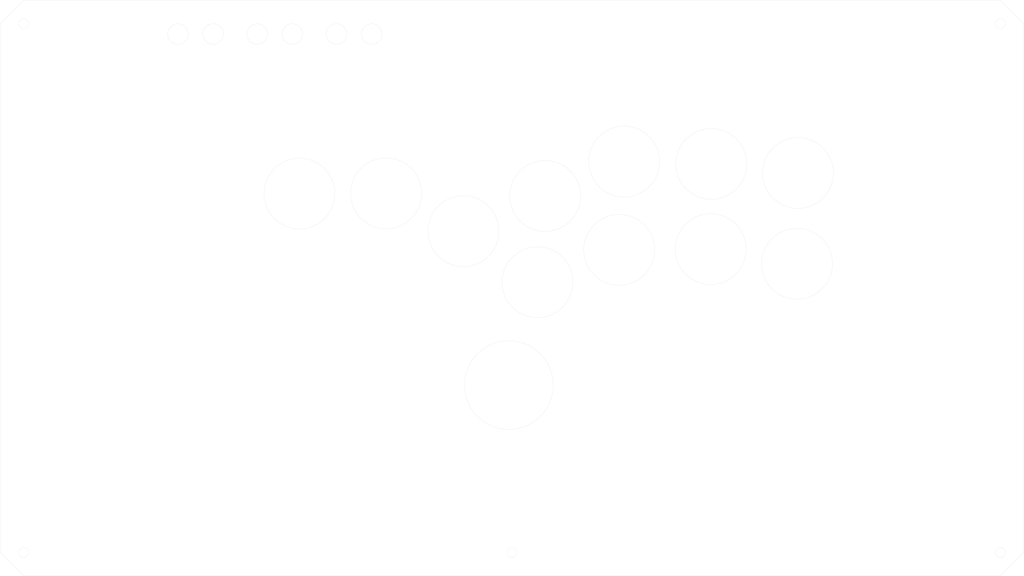
<source format=kicad_pcb>
(kicad_pcb
	(version 20240108)
	(generator "pcbnew")
	(generator_version "8.0")
	(general
		(thickness 1.6)
		(legacy_teardrops no)
	)
	(paper "A3")
	(layers
		(0 "F.Cu" signal)
		(31 "B.Cu" signal)
		(32 "B.Adhes" user "B.Adhesive")
		(33 "F.Adhes" user "F.Adhesive")
		(34 "B.Paste" user)
		(35 "F.Paste" user)
		(36 "B.SilkS" user "B.Silkscreen")
		(37 "F.SilkS" user "F.Silkscreen")
		(38 "B.Mask" user)
		(39 "F.Mask" user)
		(40 "Dwgs.User" user "User.Drawings")
		(41 "Cmts.User" user "User.Comments")
		(42 "Eco1.User" user "User.Eco1")
		(43 "Eco2.User" user "User.Eco2")
		(44 "Edge.Cuts" user)
		(45 "Margin" user)
		(46 "B.CrtYd" user "B.Courtyard")
		(47 "F.CrtYd" user "F.Courtyard")
		(48 "B.Fab" user)
		(49 "F.Fab" user)
		(50 "User.1" user)
		(51 "User.2" user)
		(52 "User.3" user)
		(53 "User.4" user)
		(54 "User.5" user)
		(55 "User.6" user)
		(56 "User.7" user)
		(57 "User.8" user)
		(58 "User.9" user)
	)
	(setup
		(pad_to_mask_clearance 0)
		(allow_soldermask_bridges_in_footprints no)
		(pcbplotparams
			(layerselection 0x00010fc_ffffffff)
			(plot_on_all_layers_selection 0x0000000_00000000)
			(disableapertmacros no)
			(usegerberextensions no)
			(usegerberattributes yes)
			(usegerberadvancedattributes yes)
			(creategerberjobfile yes)
			(dashed_line_dash_ratio 12.000000)
			(dashed_line_gap_ratio 3.000000)
			(svgprecision 4)
			(plotframeref no)
			(viasonmask no)
			(mode 1)
			(useauxorigin no)
			(hpglpennumber 1)
			(hpglpenspeed 20)
			(hpglpendiameter 15.000000)
			(pdf_front_fp_property_popups yes)
			(pdf_back_fp_property_popups yes)
			(dxfpolygonmode yes)
			(dxfimperialunits yes)
			(dxfusepcbnewfont yes)
			(psnegative no)
			(psa4output no)
			(plotreference yes)
			(plotvalue yes)
			(plotfptext yes)
			(plotinvisibletext no)
			(sketchpadsonfab no)
			(subtractmaskfromsilk no)
			(outputformat 1)
			(mirror no)
			(drillshape 1)
			(scaleselection 1)
			(outputdirectory "")
		)
	)
	(net 0 "")
	(gr_circle
		(center 216.423932 167.127963)
		(end 231.523932 167.127963)
		(stroke
			(width 0.2)
			(type default)
		)
		(fill none)
		(layer "Dwgs.User")
		(uuid "03d9bac5-b348-4977-a56f-52e9621790a8")
	)
	(gr_line
		(start 43.206046 43.899517)
		(end 43.2 224.2)
		(stroke
			(width 0.2)
			(type default)
		)
		(layer "Dwgs.User")
		(uuid "0b3655c7-8fd6-4885-8622-dc30d50b9f45")
	)
	(gr_circle
		(center 145.096567 101.867784)
		(end 157.171567 101.867784)
		(stroke
			(width 0.2)
			(type default)
		)
		(fill none)
		(layer "Dwgs.User")
		(uuid "13d8db75-9a20-4d43-827a-a2d34c6e9120")
	)
	(gr_circle
		(center 254.027341 121.040984)
		(end 266.102341 121.040984)
		(stroke
			(width 0.2)
			(type default)
		)
		(fill none)
		(layer "Dwgs.User")
		(uuid "20ab6f39-a2dc-480b-b6e3-269b18f18dc2")
	)
	(gr_circle
		(center 285.177939 120.765808)
		(end 297.252939 120.765808)
		(stroke
			(width 0.2)
			(type default)
		)
		(fill none)
		(layer "Dwgs.User")
		(uuid "29f3d4ce-44cd-413e-9cd3-c5413dd348a0")
	)
	(gr_circle
		(center 130.705927 47.452166)
		(end 134.205927 47.452166)
		(stroke
			(width 0.2)
			(type default)
		)
		(fill none)
		(layer "Dwgs.User")
		(uuid "2b807609-9dc7-4272-a98c-cde4cf21bfe3")
	)
	(gr_circle
		(center 142.705927 47.453106)
		(end 146.205927 47.453106)
		(stroke
			(width 0.2)
			(type default)
		)
		(fill none)
		(layer "Dwgs.User")
		(uuid "3032fc7c-9013-471c-a56e-8016461427d0")
	)
	(gr_line
		(start 383.856565 35.961193)
		(end 51.15606 35.950036)
		(stroke
			(width 0.2)
			(type default)
		)
		(layer "Dwgs.User")
		(uuid "33ca080d-5bec-4919-8750-ec55998c6d50")
	)
	(gr_circle
		(center 314.894179 94.832267)
		(end 326.969179 94.832267)
		(stroke
			(width 0.2)
			(type default)
		)
		(fill none)
		(layer "Dwgs.User")
		(uuid "3a9c2682-ce0d-42e2-a6fa-467c291dad00")
	)
	(gr_circle
		(center 383.856565 43.911207)
		(end 385.556565 43.911207)
		(stroke
			(width 0.2)
			(type default)
		)
		(fill none)
		(layer "Dwgs.User")
		(uuid "504a296b-9211-4f1e-818a-03bd74b9445c")
	)
	(gr_line
		(start 391.8 224.204165)
		(end 391.806046 43.911207)
		(stroke
			(width 0.2)
			(type default)
		)
		(layer "Dwgs.User")
		(uuid "56172fb1-4170-49ff-826e-8108bf97720c")
	)
	(gr_circle
		(center 383.849933 224.204165)
		(end 385.549933 224.204165)
		(stroke
			(width 0.2)
			(type default)
		)
		(fill none)
		(layer "Dwgs.User")
		(uuid "5a57d0f5-6eed-4b04-a676-988dd2cc5713")
	)
	(gr_circle
		(center 255.705526 90.937081)
		(end 267.780526 90.937081)
		(stroke
			(width 0.2)
			(type default)
		)
		(fill none)
		(layer "Dwgs.User")
		(uuid "5ba6dfb3-2dc2-404a-9df1-dcc128dc6c2b")
	)
	(gr_circle
		(center 51.15606 43.899517)
		(end 52.85606 43.899517)
		(stroke
			(width 0.2)
			(type default)
		)
		(fill none)
		(layer "Dwgs.User")
		(uuid "61bf2e47-5e1f-4073-84db-3d5cfc3bbf4a")
	)
	(gr_circle
		(center 174.636624 101.779018)
		(end 186.711624 101.779018)
		(stroke
			(width 0.2)
			(type default)
		)
		(fill none)
		(layer "Dwgs.User")
		(uuid "643f2672-8386-469d-98fe-01adf7315617")
	)
	(gr_circle
		(center 200.948707 114.675376)
		(end 213.023707 114.675376)
		(stroke
			(width 0.2)
			(type default)
		)
		(fill none)
		(layer "Dwgs.User")
		(uuid "6f47382e-b3e1-4ad0-a2a4-fadad0060dc2")
	)
	(gr_line
		(start 391.806046 43.911207)
		(end 383.856565 35.961193)
		(stroke
			(width 0.2)
			(type default)
		)
		(layer "Dwgs.User")
		(uuid "6f477821-de79-48a4-a80e-263cb7f20e10")
	)
	(gr_circle
		(center 169.705927 47.454011)
		(end 173.205927 47.454011)
		(stroke
			(width 0.2)
			(type default)
		)
		(fill none)
		(layer "Dwgs.User")
		(uuid "97af1190-ed16-4eff-8c6e-d37bb720c349")
	)
	(gr_circle
		(center 103.705927 47.451798)
		(end 107.205927 47.451798)
		(stroke
			(width 0.2)
			(type default)
		)
		(fill none)
		(layer "Dwgs.User")
		(uuid "9ad1d340-f85d-474d-8a79-e43ee8914671")
	)
	(gr_circle
		(center 157.705927 47.453609)
		(end 161.205927 47.453609)
		(stroke
			(width 0.2)
			(type default)
		)
		(fill none)
		(layer "Dwgs.User")
		(uuid "a2fa006b-4658-4aff-b2d7-0ebca15dd823")
	)
	(gr_circle
		(center 217.499681 224.202083)
		(end 219.199681 224.202083)
		(stroke
			(width 0.2)
			(type default)
		)
		(fill none)
		(layer "Dwgs.User")
		(uuid "bcffb588-5480-4320-a5ac-0871844b325d")
	)
	(gr_line
		(start 51.15606 35.950036)
		(end 43.206046 43.899517)
		(stroke
			(width 0.2)
			(type default)
		)
		(layer "Dwgs.User")
		(uuid "c85223a0-5fb4-4d08-8cbe-e8c5a7ef518f")
	)
	(gr_circle
		(center 115.705927 47.452201)
		(end 119.205927 47.452201)
		(stroke
			(width 0.2)
			(type default)
		)
		(fill none)
		(layer "Dwgs.User")
		(uuid "ce110eb5-26a2-40ff-a3d6-7deb954c515f")
	)
	(gr_circle
		(center 228.787607 102.658963)
		(end 240.862607 102.658963)
		(stroke
			(width 0.2)
			(type default)
		)
		(fill none)
		(layer "Dwgs.User")
		(uuid "d294d8c8-0f2e-408e-8229-db8a85182482")
	)
	(gr_circle
		(center 51.149428 224.2)
		(end 52.849428 224.2)
		(stroke
			(width 0.2)
			(type default)
		)
		(fill none)
		(layer "Dwgs.User")
		(uuid "d3eb0e57-a20d-41c1-bb94-cb74aca605b5")
	)
	(gr_circle
		(center 314.56494 125.786635)
		(end 326.63994 125.786635)
		(stroke
			(width 0.2)
			(type default)
		)
		(fill none)
		(layer "Dwgs.User")
		(uuid "dbc7b756-1215-4969-a62d-cdd6b5a4acef")
	)
	(gr_line
		(start 383.849933 232.153868)
		(end 391.8 224.204165)
		(stroke
			(width 0.2)
			(type default)
		)
		(layer "Dwgs.User")
		(uuid "dc22d5c7-74bb-44cf-a5f2-1e1c9c44b0f8")
	)
	(gr_line
		(start 43.2 224.2)
		(end 51.149428 232.149792)
		(stroke
			(width 0.2)
			(type default)
		)
		(layer "Dwgs.User")
		(uuid "ef3ea321-a5d9-4fc9-a6f1-4d08e9008ce8")
	)
	(gr_circle
		(center 226.166087 132.057283)
		(end 238.241087 132.057283)
		(stroke
			(width 0.2)
			(type default)
		)
		(fill none)
		(layer "Dwgs.User")
		(uuid "ef87eac9-2385-47b7-8135-72bdd3242197")
	)
	(gr_line
		(start 51.149428 232.149792)
		(end 383.849933 232.153868)
		(stroke
			(width 0.2)
			(type default)
		)
		(layer "Dwgs.User")
		(uuid "f54fb656-60d5-4a9f-bfb0-4cf075f2818e")
	)
	(gr_circle
		(center 285.347682 91.744809)
		(end 297.422682 91.744809)
		(stroke
			(width 0.2)
			(type default)
		)
		(fill none)
		(layer "Dwgs.User")
		(uuid "fb918da9-9e85-4865-8802-2c1e014b4fa8")
	)
	(gr_circle
		(center 255.705526 90.937081)
		(end 255.705526 103.012081)
		(stroke
			(width 0.05)
			(type default)
		)
		(fill none)
		(layer "Edge.Cuts")
		(uuid "003afcef-89bf-4719-8882-daf0ca6f3a4e")
	)
	(gr_circle
		(center 51.149428 224.2)
		(end 51.149428 225.9)
		(stroke
			(width 0.05)
			(type default)
		)
		(fill none)
		(layer "Edge.Cuts")
		(uuid "1dd0c226-e687-465c-924e-1e14e6d39fdc")
	)
	(gr_circle
		(center 285.347682 91.744809)
		(end 285.347682 103.819809)
		(stroke
			(width 0.05)
			(type default)
		)
		(fill none)
		(layer "Edge.Cuts")
		(uuid "1f27c565-5cb6-4886-b93c-90f64dd18480")
	)
	(gr_circle
		(center 130.705927 47.452166)
		(end 127.205927 47.452166)
		(stroke
			(width 0.05)
			(type default)
		)
		(fill none)
		(layer "Edge.Cuts")
		(uuid "2a0ff812-6474-40e3-9d5c-f46ac99849bc")
	)
	(gr_circle
		(center 142.705927 47.453106)
		(end 139.205927 47.453106)
		(stroke
			(width 0.05)
			(type default)
		)
		(fill none)
		(layer "Edge.Cuts")
		(uuid "2b295042-95e5-4060-9e41-4dc91e73124d")
	)
	(gr_circle
		(center 157.705927 47.453609)
		(end 154.205927 47.453609)
		(stroke
			(width 0.05)
			(type default)
		)
		(fill none)
		(layer "Edge.Cuts")
		(uuid "3c708ead-bf17-41fc-845f-935b585fef69")
	)
	(gr_line
		(start 51.149428 232.149792)
		(end 43.2 224.2)
		(stroke
			(width 0.05)
			(type default)
		)
		(layer "Edge.Cuts")
		(uuid "44bf313c-113f-41db-b339-c4a47c89c966")
	)
	(gr_circle
		(center 200.948707 114.675376)
		(end 200.948707 126.750376)
		(stroke
			(width 0.05)
			(type default)
		)
		(fill none)
		(layer "Edge.Cuts")
		(uuid "53b5bf1a-e3bc-40bb-865a-21a519021aad")
	)
	(gr_circle
		(center 169.705927 47.454011)
		(end 166.205927 47.454011)
		(stroke
			(width 0.05)
			(type default)
		)
		(fill none)
		(layer "Edge.Cuts")
		(uuid "5bee5e9d-4c11-4598-b79c-1c70ae020d37")
	)
	(gr_circle
		(center 228.787607 102.658963)
		(end 228.787607 114.733963)
		(stroke
			(width 0.05)
			(type default)
		)
		(fill none)
		(layer "Edge.Cuts")
		(uuid "5f25d0d3-0307-4ea4-b44f-772c651bcc6b")
	)
	(gr_circle
		(center 314.56494 125.786635)
		(end 314.56494 137.861635)
		(stroke
			(width 0.05)
			(type default)
		)
		(fill none)
		(layer "Edge.Cuts")
		(uuid "7f37c90b-559f-4a72-9d1e-0b57322d19ec")
	)
	(gr_circle
		(center 103.705927 47.451798)
		(end 100.205927 47.451798)
		(stroke
			(width 0.05)
			(type default)
		)
		(fill none)
		(layer "Edge.Cuts")
		(uuid "881841a4-475c-49b3-87d4-d91ec035c050")
	)
	(gr_circle
		(center 216.423932 167.127963)
		(end 216.423932 182.227963)
		(stroke
			(width 0.05)
			(type default)
		)
		(fill none)
		(layer "Edge.Cuts")
		(uuid "97615563-c206-4bf1-bb3e-c814590bb883")
	)
	(gr_circle
		(center 226.166087 132.057283)
		(end 226.166087 144.132283)
		(stroke
			(width 0.05)
			(type default)
		)
		(fill none)
		(layer "Edge.Cuts")
		(uuid "97c4a383-d6d9-4121-88d6-f9dcc7a9bb36")
	)
	(gr_circle
		(center 115.705927 47.452201)
		(end 112.205927 47.452201)
		(stroke
			(width 0.05)
			(type default)
		)
		(fill none)
		(layer "Edge.Cuts")
		(uuid "a3cf0ebb-d9ce-49ef-83ce-577ee6b9a1d6")
	)
	(gr_line
		(start 43.206046 43.899517)
		(end 51.15606 35.950036)
		(stroke
			(width 0.05)
			(type default)
		)
		(layer "Edge.Cuts")
		(uuid "a6882f43-9221-448d-8bad-117cfeb2f4e9")
	)
	(gr_circle
		(center 51.15606 43.899517)
		(end 49.45606 43.899517)
		(stroke
			(width 0.05)
			(type default)
		)
		(fill none)
		(layer "Edge.Cuts")
		(uuid "abadffbd-1fcc-405d-a6c2-4f989798bb35")
	)
	(gr_circle
		(center 314.894179 94.832267)
		(end 314.894179 106.907267)
		(stroke
			(width 0.05)
			(type default)
		)
		(fill none)
		(layer "Edge.Cuts")
		(uuid "b371ab1a-cb21-43b6-b131-97bd2782873d")
	)
	(gr_circle
		(center 383.856565 43.911207)
		(end 383.856565 45.611207)
		(stroke
			(width 0.05)
			(type default)
		)
		(fill none)
		(layer "Edge.Cuts")
		(uuid "c8122c73-2ead-4eb3-a341-31d86dfce67f")
	)
	(gr_line
		(start 43.2 224.2)
		(end 43.206046 43.899517)
		(stroke
			(width 0.05)
			(type default)
		)
		(layer "Edge.Cuts")
		(uuid "cf0143ec-aac9-4d41-b89b-93f5981f5917")
	)
	(gr_circle
		(center 145.096567 101.867784)
		(end 145.096567 113.942784)
		(stroke
			(width 0.05)
			(type default)
		)
		(fill none)
		(layer "Edge.Cuts")
		(uuid "d2f15b66-fd12-44d7-89a7-fb7071b91563")
	)
	(gr_line
		(start 383.856565 35.961193)
		(end 391.806046 43.911207)
		(stroke
			(width 0.05)
			(type default)
		)
		(layer "Edge.Cuts")
		(uuid "d3c7274a-29d7-45d7-a63e-6665db1f3317")
	)
	(gr_circle
		(center 254.027341 121.040984)
		(end 254.027341 133.115984)
		(stroke
			(width 0.05)
			(type default)
		)
		(fill none)
		(layer "Edge.Cuts")
		(uuid "d7e63004-3e68-4aaf-874f-4860cfc1c3e8")
	)
	(gr_line
		(start 383.849933 232.153868)
		(end 51.149428 232.149792)
		(stroke
			(width 0.05)
			(type default)
		)
		(layer "Edge.Cuts")
		(uuid "d91afa84-a4fa-4dea-bc9d-4112fe8ba687")
	)
	(gr_circle
		(center 285.177939 120.765808)
		(end 285.177939 132.840808)
		(stroke
			(width 0.05)
			(type default)
		)
		(fill none)
		(layer "Edge.Cuts")
		(uuid "de776370-7831-48ed-b051-eda1a6e08eef")
	)
	(gr_circle
		(center 217.499681 224.202083)
		(end 217.499681 225.902083)
		(stroke
			(width 0.05)
			(type default)
		)
		(fill none)
		(layer "Edge.Cuts")
		(uuid "de96b388-d739-41b2-83bd-a94b0dabca9a")
	)
	(gr_circle
		(center 174.636624 101.779018)
		(end 174.636624 113.854018)
		(stroke
			(width 0.05)
			(type default)
		)
		(fill none)
		(layer "Edge.Cuts")
		(uuid "df53d491-748e-44af-8d03-7a33e6871bf7")
	)
	(gr_line
		(start 51.15606 35.950036)
		(end 383.856565 35.961193)
		(stroke
			(width 0.05)
			(type default)
		)
		(layer "Edge.Cuts")
		(uuid "e03c6773-da2b-4df2-ac6c-bd6b7dcc3328")
	)
	(gr_line
		(start 391.8 224.204165)
		(end 383.849933 232.153868)
		(stroke
			(width 0.05)
			(type default)
		)
		(layer "Edge.Cuts")
		(uuid "e50119b9-9cff-403c-9679-9609ecaf2809")
	)
	(gr_line
		(start 391.806046 43.911207)
		(end 391.8 224.204165)
		(stroke
			(width 0.05)
			(type default)
		)
		(layer "Edge.Cuts")
		(uuid "f1123ca3-5fd3-47f0-a8d9-389037688649")
	)
	(gr_circle
		(center 383.849933 224.204165)
		(end 383.849933 225.904165)
		(stroke
			(width 0.05)
			(type default)
		)
		(fill none)
		(layer "Edge.Cuts")
		(uuid "f7320521-14d9-4284-8539-fc65a38ae635")
	)
	(group ""
		(uuid "9512c171-a581-4cce-af6b-f37fc59a23b1")
		(members "03d9bac5-b348-4977-a56f-52e9621790a8" "0b3655c7-8fd6-4885-8622-dc30d50b9f45"
			"13d8db75-9a20-4d43-827a-a2d34c6e9120" "20ab6f39-a2dc-480b-b6e3-269b18f18dc2"
			"29f3d4ce-44cd-413e-9cd3-c5413dd348a0" "2b807609-9dc7-4272-a98c-cde4cf21bfe3"
			"3032fc7c-9013-471c-a56e-8016461427d0" "33ca080d-5bec-4919-8750-ec55998c6d50"
			"3a9c2682-ce0d-42e2-a6fa-467c291dad00" "504a296b-9211-4f1e-818a-03bd74b9445c"
			"56172fb1-4170-49ff-826e-8108bf97720c" "5a57d0f5-6eed-4b04-a676-988dd2cc5713"
			"5ba6dfb3-2dc2-404a-9df1-dcc128dc6c2b" "61bf2e47-5e1f-4073-84db-3d5cfc3bbf4a"
			"643f2672-8386-469d-98fe-01adf7315617" "6f47382e-b3e1-4ad0-a2a4-fadad0060dc2"
			"6f477821-de79-48a4-a80e-263cb7f20e10" "97af1190-ed16-4eff-8c6e-d37bb720c349"
			"9ad1d340-f85d-474d-8a79-e43ee8914671" "a2fa006b-4658-4aff-b2d7-0ebca15dd823"
			"bcffb588-5480-4320-a5ac-0871844b325d" "c85223a0-5fb4-4d08-8cbe-e8c5a7ef518f"
			"ce110eb5-26a2-40ff-a3d6-7deb954c515f" "d294d8c8-0f2e-408e-8229-db8a85182482"
			"d3eb0e57-a20d-41c1-bb94-cb74aca605b5" "dbc7b756-1215-4969-a62d-cdd6b5a4acef"
			"dc22d5c7-74bb-44cf-a5f2-1e1c9c44b0f8" "ef3ea321-a5d9-4fc9-a6f1-4d08e9008ce8"
			"ef87eac9-2385-47b7-8135-72bdd3242197" "f54fb656-60d5-4a9f-bfb0-4cf075f2818e"
			"fb918da9-9e85-4865-8802-2c1e014b4fa8"
		)
	)
)

</source>
